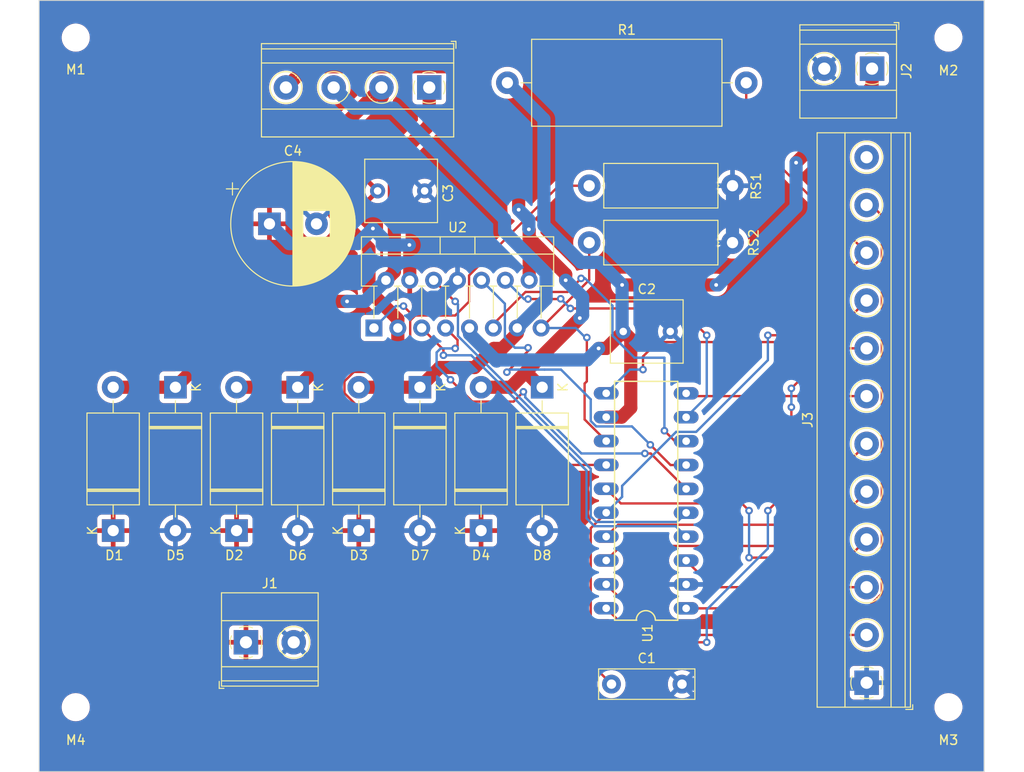
<source format=kicad_pcb>
(kicad_pcb (version 20221018) (generator pcbnew)
  (layers (0 "F.Cu" signal) (31 "B.Cu" signal) (34 "B.Paste" user) (35 "F.Paste" user) (36 "B.SilkS" user "B.Silkscreen") (37 "F.SilkS" user "F.Silkscreen") (38 "B.Mask" user) (39 "F.Mask" user) (44 "Edge.Cuts" user))
  (net 0 "")
  (net 1 "/OSC")
  (net 2 "GND")
  (net 3 "VSS")
  (net 4 "/O1")
  (net 5 "/O2")
  (net 6 "/O3")
  (net 7 "/O4")
  (net 8 "/SENSE1")
  (net 9 "/SENSE2")
  (net 10 "/SYNC")
  (net 11 "/HOME")
  (net 12 "/A")
  (net 13 "/INH1n")
  (net 14 "/B")
  (net 15 "/C")
  (net 16 "/INH2n")
  (net 17 "/D")
  (net 18 "/ENABLE")
  (net 19 "/CONTROL")
  (net 20 "/VREF")
  (net 21 "/CW{slash}CCWn")
  (net 22 "/CLOCKn")
  (net 23 "/HALF{slash}FULLn")
  (net 24 "/RESETn")
  (net 25 "VS")
  (footprint "TerminalBlock_Phoenix:TerminalBlock_Phoenix_MKDS-1,5-2-5.08_1x02_P5.08mm_Horizontal" (layer "F.Cu") (at 162.5 89)
    (fp_text reference "J1" (at 2.54 -6.26) (layer "F.SilkS"))
    (fp_text value "Screw_Terminal_01x02")
    (pad "1" thru_hole rect (at 0 0) (size 2.6 2.6) (drill 1.3) (layers "*.Cu" "*.Mask") (net 25 "VS"))
    (pad "2" thru_hole circle (at 5.08 0) (size 2.6 2.6) (drill 1.3) (layers "*.Cu" "*.Mask") (net 2 "GND"))
  )
  (footprint "MountingHole:MountingHole_2.5mm" (layer "F.Cu") (at 237.2 24.7)
    (fp_text reference "M2" (at 0 3.5) (layer "F.SilkS"))
    (fp_text value "MountingHole_2.5mm")
    (pad "" np_thru_hole circle (at 0 0) (size 2.5 2.5) (drill 2.5) (layers "*.Cu" "*.Mask"))
  )
  (footprint "TerminalBlock_Phoenix:TerminalBlock_Phoenix_MKDS-1,5-4-5.08_1x04_P5.08mm_Horizontal" (layer "F.Cu") (at 181.99 30 180)
    (fp_text reference "J4" hide)
    (fp_text value "Screw_Terminal_01x04")
    (pad "1" thru_hole rect (at 0 0 180) (size 2.6 2.6) (drill 1.3) (layers "*.Cu" "*.Mask") (net 4 "/O1"))
    (pad "2" thru_hole circle (at 5.08 0 180) (size 2.6 2.6) (drill 1.3) (layers "*.Cu" "*.Mask") (net 5 "/O2"))
    (pad "3" thru_hole circle (at 10.16 0 180) (size 2.6 2.6) (drill 1.3) (layers "*.Cu" "*.Mask") (net 6 "/O3"))
    (pad "4" thru_hole circle (at 15.24 0 180) (size 2.6 2.6) (drill 1.3) (layers "*.Cu" "*.Mask") (net 7 "/O4"))
  )
  (footprint "Package_TO_SOT_THT:TO-220-15_P2.54x2.54mm_StaggerOdd_Lead4.58mm_Vertical" (layer "F.Cu") (at 176.11 55.58)
    (fp_text reference "U2" (at 8.89 -10.7) (layer "F.SilkS"))
    (fp_text value "L298N")
    (pad "1" thru_hole rect (at 0 0) (size 1.8 1.8) (drill 1) (layers "*.Cu" "*.Mask") (net 8 "/SENSE1"))
    (pad "2" thru_hole oval (at 1.27 -5.08) (size 1.8 1.8) (drill 1) (layers "*.Cu" "*.Mask") (net 4 "/O1"))
    (pad "3" thru_hole oval (at 2.54 0) (size 1.8 1.8) (drill 1) (layers "*.Cu" "*.Mask") (net 5 "/O2"))
    (pad "4" thru_hole oval (at 3.81 -5.08) (size 1.8 1.8) (drill 1) (layers "*.Cu" "*.Mask") (net 25 "VS"))
    (pad "5" thru_hole oval (at 5.08 0) (size 1.8 1.8) (drill 1) (layers "*.Cu" "*.Mask") (net 12 "/A"))
    (pad "6" thru_hole oval (at 6.35 -5.08) (size 1.8 1.8) (drill 1) (layers "*.Cu" "*.Mask") (net 13 "/INH1n"))
    (pad "7" thru_hole oval (at 7.62 0) (size 1.8 1.8) (drill 1) (layers "*.Cu" "*.Mask") (net 14 "/B"))
    (pad "8" thru_hole oval (at 8.89 -5.08) (size 1.8 1.8) (drill 1) (layers "*.Cu" "*.Mask") (net 2 "GND"))
    (pad "9" thru_hole oval (at 10.16 0) (size 1.8 1.8) (drill 1) (layers "*.Cu" "*.Mask") (net 3 "VSS"))
    (pad "10" thru_hole oval (at 11.43 -5.08) (size 1.8 1.8) (drill 1) (layers "*.Cu" "*.Mask") (net 15 "/C"))
    (pad "11" thru_hole oval (at 12.7 0) (size 1.8 1.8) (drill 1) (layers "*.Cu" "*.Mask") (net 16 "/INH2n"))
    (pad "12" thru_hole oval (at 13.97 -5.08) (size 1.8 1.8) (drill 1) (layers "*.Cu" "*.Mask") (net 17 "/D"))
    (pad "13" thru_hole oval (at 15.24 0) (size 1.8 1.8) (drill 1) (layers "*.Cu" "*.Mask") (net 6 "/O3"))
    (pad "14" thru_hole oval (at 16.51 -5.08) (size 1.8 1.8) (drill 1) (layers "*.Cu" "*.Mask") (net 7 "/O4"))
    (pad "15" thru_hole oval (at 17.78 0) (size 1.8 1.8) (drill 1) (layers "*.Cu" "*.Mask") (net 9 "/SENSE2"))
  )
  (footprint "Library_MIC:L297" (layer "F.Cu") (at 204.62 73.95 90)
    (fp_text reference "U1" (at -14.075 0.6 90) (layer "F.SilkS") (effects (font (size 1.000465 1.000465))))
    (fp_text value "L297")
    (pad "1" thru_hole oval (at -11.44 4.69 90) (size 1.3208 2.6416) (drill 0.8128) (layers "*.Cu" "*.Mask") (net 10 "/SYNC"))
    (pad "2" thru_hole oval (at -8.9 4.69 90) (size 1.3208 2.6416) (drill 0.8128) (layers "*.Cu" "*.Mask") (net 2 "GND"))
    (pad "3" thru_hole oval (at -6.36 4.69 90) (size 1.3208 2.6416) (drill 0.8128) (layers "*.Cu" "*.Mask") (net 11 "/HOME"))
    (pad "4" thru_hole oval (at -3.82 4.69 90) (size 1.3208 2.6416) (drill 0.8128) (layers "*.Cu" "*.Mask") (net 12 "/A"))
    (pad "5" thru_hole oval (at -1.28 4.69 90) (size 1.3208 2.6416) (drill 0.8128) (layers "*.Cu" "*.Mask") (net 13 "/INH1n"))
    (pad "6" thru_hole oval (at 1.26 4.69 90) (size 1.3208 2.6416) (drill 0.8128) (layers "*.Cu" "*.Mask") (net 14 "/B"))
    (pad "7" thru_hole oval (at 3.8 4.69 90) (size 1.3208 2.6416) (drill 0.8128) (layers "*.Cu" "*.Mask") (net 15 "/C"))
    (pad "8" thru_hole oval (at 6.34 4.69 90) (size 1.3208 2.6416) (drill 0.8128) (layers "*.Cu" "*.Mask") (net 16 "/INH2n"))
    (pad "9" thru_hole oval (at 8.88 4.69 90) (size 1.3208 2.6416) (drill 0.8128) (layers "*.Cu" "*.Mask") (net 17 "/D"))
    (pad "10" thru_hole oval (at 11.42 4.69 90) (size 1.3208 2.6416) (drill 0.8128) (layers "*.Cu" "*.Mask") (net 18 "/ENABLE"))
    (pad "11" thru_hole oval (at 11.43 -3.81 90) (size 1.3208 2.6416) (drill 0.8128) (layers "*.Cu" "*.Mask") (net 19 "/CONTROL"))
    (pad "12" thru_hole oval (at 8.89 -3.81 90) (size 1.3208 2.6416) (drill 0.8128) (layers "*.Cu" "*.Mask") (net 3 "VSS"))
    (pad "13" thru_hole oval (at 6.35 -3.81 90) (size 1.3208 2.6416) (drill 0.8128) (layers "*.Cu" "*.Mask") (net 9 "/SENSE2"))
    (pad "14" thru_hole oval (at 3.81 -3.81 90) (size 1.3208 2.6416) (drill 0.8128) (layers "*.Cu" "*.Mask") (net 8 "/SENSE1"))
    (pad "15" thru_hole oval (at 1.27 -3.81 90) (size 1.3208 2.6416) (drill 0.8128) (layers "*.Cu" "*.Mask") (net 20 "/VREF"))
    (pad "16" thru_hole oval (at -1.27 -3.81 90) (size 1.3208 2.6416) (drill 0.8128) (layers "*.Cu" "*.Mask") (net 1 "/OSC"))
    (pad "17" thru_hole oval (at -3.81 -3.81 90) (size 1.3208 2.6416) (drill 0.8128) (layers "*.Cu" "*.Mask") (net 21 "/CW{slash}CCWn"))
    (pad "18" thru_hole oval (at -6.35 -3.81 90) (size 1.3208 2.6416) (drill 0.8128) (layers "*.Cu" "*.Mask") (net 22 "/CLOCKn"))
    (pad "19" thru_hole oval (at -8.89 -3.81 90) (size 1.3208 2.6416) (drill 0.8128) (layers "*.Cu" "*.Mask") (net 23 "/HALF{slash}FULLn"))
    (pad "20" thru_hole oval (at -11.43 -3.81 90) (size 1.3208 2.6416) (drill 0.8128) (layers "*.Cu" "*.Mask") (net 24 "/RESETn"))
  )
  (footprint "MountingHole:MountingHole_2.5mm" (layer "F.Cu") (at 237.2 95.9)
    (fp_text reference "M3" (at 0 3.5) (layer "F.SilkS"))
    (fp_text value "MountingHole_2.5mm")
    (pad "" np_thru_hole circle (at 0 0) (size 2.5 2.5) (drill 2.5) (layers "*.Cu" "*.Mask"))
  )
  (footprint "Diode_THT:D_DO-27_P15.24mm_Horizontal" (layer "F.Cu") (at 161.5 77.12 90)
    (fp_text reference "D2" (at -2.63 -0.25 180) (layer "F.SilkS"))
    (fp_text value "D_Schottky" hide)
    (fp_text user "K" (at 0 -2.2 90) (layer "F.SilkS"))
    (pad "1" thru_hole rect (at 0 0 90) (size 2.4 2.4) (drill 1.2) (layers "*.Cu" "*.Mask") (net 25 "VS"))
    (pad "2" thru_hole oval (at 15.24 0 90) (size 2.4 2.4) (drill 1.2) (layers "*.Cu" "*.Mask") (net 5 "/O2"))
  )
  (footprint "Diode_THT:D_DO-27_P15.24mm_Horizontal" (layer "F.Cu") (at 181 61.88 -90)
    (fp_text reference "D7" (at 17.87 0 -180) (layer "F.SilkS"))
    (fp_text value "D_Schottky")
    (fp_text user "K" (at 0 -2.2 90) (layer "F.SilkS"))
    (pad "1" thru_hole rect (at 0 0 270) (size 2.4 2.4) (drill 1.2) (layers "*.Cu" "*.Mask") (net 6 "/O3"))
    (pad "2" thru_hole oval (at 15.24 0 270) (size 2.4 2.4) (drill 1.2) (layers "*.Cu" "*.Mask") (net 2 "GND"))
  )
  (footprint "Capacitor_THT:C_Rect_L10.0mm_W3.0mm_P7.50mm_FKS3_FKP3" (layer "F.Cu") (at 201.37 93.45)
    (fp_text reference "C1" (at 3.75 -2.75) (layer "F.SilkS"))
    (fp_text value "3.3 nF")
    (pad "1" thru_hole circle (at 0 0) (size 2 2) (drill 1) (layers "*.Cu" "*.Mask") (net 1 "/OSC"))
    (pad "2" thru_hole circle (at 7.5 0) (size 2 2) (drill 1) (layers "*.Cu" "*.Mask") (net 2 "GND"))
  )
  (footprint "Diode_THT:D_DO-27_P15.24mm_Horizontal" (layer "F.Cu") (at 168 61.88 -90)
    (fp_text reference "D6" (at 17.87 0 -180) (layer "F.SilkS"))
    (fp_text value "D_Schottky" hide)
    (fp_text user "K" (at 0 -2.2 90) (layer "F.SilkS"))
    (pad "1" thru_hole rect (at 0 0 270) (size 2.4 2.4) (drill 1.2) (layers "*.Cu" "*.Mask") (net 5 "/O2"))
    (pad "2" thru_hole oval (at 15.24 0 270) (size 2.4 2.4) (drill 1.2) (layers "*.Cu" "*.Mask") (net 2 "GND"))
  )
  (footprint "Resistor_THT:R_Axial_DIN0922_L20.0mm_D9.0mm_P25.40mm_Horizontal" (layer "F.Cu") (at 190.3 29.5)
    (fp_text reference "R1" (at 12.7 -5.62) (layer "F.SilkS"))
    (fp_text value "22 Kohm")
    (pad "1" thru_hole circle (at 0 0) (size 2.4 2.4) (drill 1.2) (layers "*.Cu" "*.Mask") (net 3 "VSS"))
    (pad "2" thru_hole oval (at 25.4 0) (size 2.4 2.4) (drill 1.2) (layers "*.Cu" "*.Mask") (net 1 "/OSC"))
  )
  (footprint "Capacitor_THT:C_Rect_L7.5mm_W6.5mm_P5.00mm" (layer "F.Cu") (at 202.62 55.95)
    (fp_text reference "C2" (at 2.5 -4.5) (layer "F.SilkS"))
    (fp_text value "100 nF")
    (pad "1" thru_hole circle (at 0 0) (size 1.6 1.6) (drill 0.8) (layers "*.Cu" "*.Mask") (net 3 "VSS"))
    (pad "2" thru_hole circle (at 5 0) (size 1.6 1.6) (drill 0.8) (layers "*.Cu" "*.Mask") (net 2 "GND"))
  )
  (footprint "TerminalBlock_Phoenix:TerminalBlock_Phoenix_MKDS-1,5-12-5.08_1x12_P5.08mm_Horizontal" (layer "F.Cu") (at 228.5 93.3 90)
    (fp_text reference "J3" (at 27.94 -6.26 90) (layer "F.SilkS"))
    (fp_text value "Screw_Terminal_01x12")
    (pad "1" thru_hole rect (at 0 0 90) (size 2.6 2.6) (drill 1.3) (layers "*.Cu" "*.Mask") (net 2 "GND"))
    (pad "2" thru_hole circle (at 5.08 0 90) (size 2.6 2.6) (drill 1.3) (layers "*.Cu" "*.Mask") (net 23 "/HALF{slash}FULLn"))
    (pad "3" thru_hole circle (at 10.16 0 90) (size 2.6 2.6) (drill 1.3) (layers "*.Cu" "*.Mask") (net 11 "/HOME"))
    (pad "4" thru_hole circle (at 15.24 0 90) (size 2.6 2.6) (drill 1.3) (layers "*.Cu" "*.Mask") (net 20 "/VREF"))
    (pad "5" thru_hole circle (at 20.32 0 90) (size 2.6 2.6) (drill 1.3) (layers "*.Cu" "*.Mask") (net 22 "/CLOCKn"))
    (pad "6" thru_hole circle (at 25.4 0 90) (size 2.6 2.6) (drill 1.3) (layers "*.Cu" "*.Mask") (net 21 "/CW{slash}CCWn"))
    (pad "7" thru_hole circle (at 30.48 0 90) (size 2.6 2.6) (drill 1.3) (layers "*.Cu" "*.Mask") (net 18 "/ENABLE"))
    (pad "8" thru_hole circle (at 35.56 0 90) (size 2.6 2.6) (drill 1.3) (layers "*.Cu" "*.Mask") (net 24 "/RESETn"))
    (pad "9" thru_hole circle (at 40.64 0 90) (size 2.6 2.6) (drill 1.3) (layers "*.Cu" "*.Mask") (net 19 "/CONTROL"))
    (pad "10" thru_hole circle (at 45.72 0 90) (size 2.6 2.6) (drill 1.3) (layers "*.Cu" "*.Mask") (net 1 "/OSC"))
    (pad "11" thru_hole circle (at 50.8 0 90) (size 2.6 2.6) (drill 1.3) (layers "*.Cu" "*.Mask") (net 10 "/SYNC"))
    (pad "12" thru_hole circle (at 55.88 0 90) (size 2.6 2.6) (drill 1.3) (layers "*.Cu" "*.Mask"))
  )
  (footprint "MountingHole:MountingHole_2.5mm" (layer "F.Cu") (at 144.4 24.7)
    (fp_text reference "M1" (at 0 3.4) (layer "F.SilkS"))
    (fp_text value "MountingHole_2.5mm")
    (pad "" np_thru_hole circle (at 0 0) (size 2.5 2.5) (drill 2.5) (layers "*.Cu" "*.Mask"))
  )
  (footprint "Diode_THT:D_DO-27_P15.24mm_Horizontal" (layer "F.Cu") (at 155 61.88 -90)
    (fp_text reference "D5" (at 17.87 0 -180) (layer "F.SilkS"))
    (fp_text value "D_Schottky" hide)
    (fp_text user "K" (at 0 -2.2 90) (layer "F.SilkS"))
    (pad "1" thru_hole rect (at 0 0 270) (size 2.4 2.4) (drill 1.2) (layers "*.Cu" "*.Mask") (net 4 "/O1"))
    (pad "2" thru_hole oval (at 15.24 0 270) (size 2.4 2.4) (drill 1.2) (layers "*.Cu" "*.Mask") (net 2 "GND"))
  )
  (footprint "Resistor_THT:R_Axial_DIN0414_L11.9mm_D4.5mm_P15.24mm_Horizontal" (layer "F.Cu") (at 199 40.45)
    (fp_text reference "RS1" (at 17.75 0.05 90) (layer "F.SilkS"))
    (fp_text value "0.5 ohm")
    (pad "1" thru_hole circle (at 0 0) (size 2.4 2.4) (drill 1.2) (layers "*.Cu" "*.Mask") (net 8 "/SENSE1"))
    (pad "2" thru_hole oval (at 15.24 0) (size 2.4 2.4) (drill 1.2) (layers "*.Cu" "*.Mask") (net 2 "GND"))
  )
  (footprint "MountingHole:MountingHole_2.5mm" (layer "F.Cu") (at 144.4 95.9)
    (fp_text reference "M4" (at 0 3.5) (layer "F.SilkS"))
    (fp_text value "MountingHole_2.5mm")
    (pad "" np_thru_hole circle (at 0 0) (size 2.5 2.5) (drill 2.5) (layers "*.Cu" "*.Mask"))
  )
  (footprint "Resistor_THT:R_Axial_DIN0414_L11.9mm_D4.5mm_P15.24mm_Horizontal" (layer "F.Cu") (at 199 46.5)
    (fp_text reference "RS2" (at 17.5 0 90) (layer "F.SilkS"))
    (fp_text value "0.5 ohm")
    (pad "1" thru_hole circle (at 0 0) (size 2.4 2.4) (drill 1.2) (layers "*.Cu" "*.Mask") (net 9 "/SENSE2"))
    (pad "2" thru_hole oval (at 15.24 0) (size 2.4 2.4) (drill 1.2) (layers "*.Cu" "*.Mask") (net 2 "GND"))
  )
  (footprint "Diode_THT:D_DO-27_P15.24mm_Horizontal" (layer "F.Cu") (at 194 61.88 -90)
    (fp_text reference "D8" (at 17.87 0 -180) (layer "F.SilkS"))
    (fp_text value "D_Schottky")
    (fp_text user "K" (at 0 -2.2 90) (layer "F.SilkS"))
    (pad "1" thru_hole rect (at 0 0 270) (size 2.4 2.4) (drill 1.2) (layers "*.Cu" "*.Mask") (net 7 "/O4"))
    (pad "2" thru_hole oval (at 15.24 0 270) (size 2.4 2.4) (drill 1.2) (layers "*.Cu" "*.Mask") (net 2 "GND"))
  )
  (footprint "Capacitor_THT:CP_Radial_D13.0mm_P5.00mm" (layer "F.Cu") (at 165 44.5)
    (fp_text reference "C4" (at 2.5 -7.75) (layer "F.SilkS"))
    (fp_text value "470 uF")
    (pad "1" thru_hole rect (at 0 0) (size 2.4 2.4) (drill 1.2) (layers "*.Cu" "*.Mask") (net 25 "VS"))
    (pad "2" thru_hole circle (at 5 0) (size 2.4 2.4) (drill 1.2) (layers "*.Cu" "*.Mask") (net 2 "GND"))
  )
  (footprint "Capacitor_THT:C_Rect_L7.5mm_W6.5mm_P5.00mm" (layer "F.Cu") (at 181.5 41 180)
    (fp_text reference "C3" (at -2.5 -0.25 90) (layer "F.SilkS"))
    (fp_text value "100 nF")
    (pad "1" thru_hole circle (at 0 0 180) (size 1.6 1.6) (drill 0.8) (layers "*.Cu" "*.Mask") (net 2 "GND"))
    (pad "2" thru_hole circle (at 5 0 180) (size 1.6 1.6) (drill 0.8) (layers "*.Cu" "*.Mask") (net 25 "VS"))
  )
  (footprint "Diode_THT:D_DO-27_P15.24mm_Horizontal" (layer "F.Cu") (at 148.38 77.12 90)
    (fp_text reference "D1" (at -2.63 0.12 180) (layer "F.SilkS"))
    (fp_text value "D_Schottky" hide)
    (fp_text user "K" (at 0 -2.2 90) (layer "F.SilkS"))
    (pad "1" thru_hole rect (at 0 0 90) (size 2.4 2.4) (drill 1.2) (layers "*.Cu" "*.Mask") (net 25 "VS"))
    (pad "2" thru_hole oval (at 15.24 0 90) (size 2.4 2.4) (drill 1.2) (layers "*.Cu" "*.Mask") (net 4 "/O1"))
  )
  (footprint "Diode_THT:D_DO-27_P15.24mm_Horizontal" (layer "F.Cu") (at 187.5 77.12 90)
    (fp_text reference "D4" (at -2.63 0 180) (layer "F.SilkS"))
    (fp_text value "D_Schottky")
    (fp_text user "K" (at 0 -2.2 90) (layer "F.SilkS"))
    (pad "1" thru_hole rect (at 0 0 90) (size 2.4 2.4) (drill 1.2) (layers "*.Cu" "*.Mask") (net 25 "VS"))
    (pad "2" thru_hole oval (at 15.24 0 90) (size 2.4 2.4) (drill 1.2) (layers "*.Cu" "*.Mask") (net 7 "/O4"))
  )
  (footprint "Diode_THT:D_DO-27_P15.24mm_Horizontal" (layer "F.Cu") (at 174.5 77.12 90)
    (fp_text reference "D3" (at -2.63 0 180) (layer "F.SilkS"))
    (fp_text value "D_Schottky")
    (fp_text user "K" (at 0 -2.2 90) (layer "F.SilkS"))
    (pad "1" thru_hole rect (at 0 0 90) (size 2.4 2.4) (drill 1.2) (layers "*.Cu" "*.Mask") (net 25 "VS"))
    (pad "2" thru_hole oval (at 15.24 0 90) (size 2.4 2.4) (drill 1.2) (layers "*.Cu" "*.Mask") (net 6 "/O3"))
  )
  (footprint "TerminalBlock_Phoenix:TerminalBlock_Phoenix_MKDS-1,5-2-5.08_1x02_P5.08mm_Horizontal" (layer "F.Cu") (at 229.08 28 180)
    (fp_text reference "J2" (at -3.67 -0.25 90) (layer "F.SilkS"))
    (fp_text value "Screw_Terminal_01x02")
    (pad "1" thru_hole rect (at 0 0 180) (size 2.6 2.6) (drill 1.3) (layers "*.Cu" "*.Mask") (net 3 "VSS"))
    (pad "2" thru_hole circle (at 5.08 0 180) (size 2.6 2.6) (drill 1.3) (layers "*.Cu" "*.Mask") (net 2 "GND"))
  )
  (gr_rect (start 140.5 20.75) (end 241 102.75) (stroke (width 0.1)) (fill none) (layer "Edge.Cuts"))
  (segment (start 201.37 93.45) (end 199.1642 91.2442) (width 0.25) (layer "F.Cu") (net 1))
  (segment (start 199.1642 91.2442) (end 199.1642 76.8658) (width 0.25) (layer "F.Cu") (net 1))
  (segment (start 219.73 56.35) (end 218 56.35) (width 0.25) (layer "F.Cu") (net 1))
  (segment (start 228.5 47.58) (end 219.73 56.35) (width 0.25) (layer "F.Cu") (net 1))
  (segment (start 199.1642 76.8658) (end 200.81 75.22) (width 0.25) (layer "F.Cu") (net 1))
  (segment (start 215.7 34.78) (end 228.5 47.58) (width 0.25) (layer "F.Cu") (net 1))
  (segment (start 215.7 29.5) (end 215.7 34.78) (width 0.25) (layer "F.Cu") (net 1))
  (via (at 218 56.35) (size 0.8) (drill 0.4) (layers "F.Cu" "B.Cu") (net 1))
  (segment (start 202.5 73.53) (end 200.81 75.22) (width 0.25) (layer "B.Cu") (net 1))
  (segment (start 218 56.35) (end 218 59) (width 0.25) (layer "B.Cu") (net 1))
  (segment (start 218 59) (end 210.3754 66.6246) (width 0.25) (layer "B.Cu") (net 1))
  (segment (start 202.5 72.366034) (end 202.5 73.53) (width 0.25) (layer "B.Cu") (net 1))
  (segment (start 208.241434 66.6246) (end 202.5 72.366034) (width 0.25) (layer "B.Cu") (net 1))
  (segment (start 210.3754 66.6246) (end 208.241434 66.6246) (width 0.25) (layer "B.Cu") (net 1))
  (segment (start 185 50.5) (end 185 50.505585) (width 1.4) (layer "B.Cu") (net 2))
  (segment (start 207.62 53.12) (end 214.24 46.5) (width 1.4) (layer "B.Cu") (net 2))
  (segment (start 208.87 93.45) (end 228.35 93.45) (width 1.4) (layer "B.Cu") (net 2))
  (segment (start 183.205585 52.3) (end 182.25 52.3) (width 1.4) (layer "B.Cu") (net 2))
  (segment (start 228.35 93.45) (end 228.5 93.3) (width 1.4) (layer "B.Cu") (net 2))
  (segment (start 207.62 55.95) (end 207.62 53.12) (width 1.4) (layer "B.Cu") (net 2))
  (segment (start 214.24 46.5) (end 214.24 40.45) (width 1.4) (layer "B.Cu") (net 2))
  (segment (start 185 50.505585) (end 183.205585 52.3) (width 1.4) (layer "B.Cu") (net 2))
  (segment (start 200 57.75) (end 200.82 57.75) (width 1.4) (layer "F.Cu") (net 3))
  (segment (start 202.62 55.95) (end 203.419999 56.749999) (width 1.4) (layer "F.Cu") (net 3))
  (segment (start 200.82 57.75) (end 202.62 55.95) (width 1.4) (layer "F.Cu") (net 3))
  (segment (start 229.08 28) (end 229.08 29.92) (width 1.4) (layer "F.Cu") (net 3))
  (segment (start 229.08 29.92) (end 221 38) (width 1.4) (layer "F.Cu") (net 3))
  (segment (start 202.44 65.06) (end 200.81 65.06) (width 1.4) (layer "F.Cu") (net 3))
  (segment (start 203.419999 56.749999) (end 203.419999 64.080001) (width 1.4) (layer "F.Cu") (net 3))
  (segment (start 203.419999 64.080001) (end 202.44 65.06) (width 1.4) (layer "F.Cu") (net 3))
  (segment (start 212.5 51) (end 202.5 51) (width 1.4) (layer "F.Cu") (net 3))
  (via (at 200 57.75) (size 1) (drill 0.4) (layers "F.Cu" "B.Cu") (net 3))
  (via (at 212.5 51) (size 1) (drill 0.4) (layers "F.Cu" "B.Cu") (net 3))
  (via (at 221 38) (size 1) (drill 0.4) (layers "F.Cu" "B.Cu") (net 3))
  (via (at 202.5 51) (size 1) (drill 0.4) (layers "F.Cu" "B.Cu") (net 3))
  (segment (start 202.5 51) (end 200.1 48.6) (width 1.4) (layer "B.Cu") (net 3))
  (segment (start 186.27 55.58) (end 186.27 56.204398) (width 1.4) (layer "B.Cu") (net 3))
  (segment (start 186.27 56.204398) (end 189.157801 59.092199) (width 1.4) (layer "B.Cu") (net 3))
  (segment (start 200.1 48.6) (end 198.130151 48.6) (width 1.4) (layer "B.Cu") (net 3))
  (segment (start 202.5 55.83) (end 202.62 55.95) (width 1.4) (layer "B.Cu") (net 3))
  (segment (start 212.709849 51) (end 212.5 51) (width 1.4) (layer "B.Cu") (net 3))
  (segment (start 198.130151 48.6) (end 194.183578 44.653427) (width 1.4) (layer "B.Cu") (net 3))
  (segment (start 189.275 58.975) (end 198.775 58.975) (width 1.4) (layer "B.Cu") (net 3))
  (segment (start 189.157801 59.092199) (end 189.275 58.975) (width 1.4) (layer "B.Cu") (net 3))
  (segment (start 202.5 51) (end 202.5 55.83) (width 1.4) (layer "B.Cu") (net 3))
  (segment (start 198.775 58.975) (end 200 57.75) (width 1.4) (layer "B.Cu") (net 3))
  (segment (start 221 38) (end 221 42.709849) (width 1.4) (layer "B.Cu") (net 3))
  (segment (start 194.183578 33.383578) (end 190.3 29.5) (width 1.4) (layer "B.Cu") (net 3))
  (segment (start 194.183578 44.653427) (end 194.183578 33.383578) (width 1.4) (layer "B.Cu") (net 3))
  (segment (start 221 42.709849) (end 212.709849 51) (width 1.4) (layer "B.Cu") (net 3))
  (segment (start 177.38 50.5) (end 178.28 49.6) (width 1.4) (layer "F.Cu") (net 4))
  (segment (start 178.28 49.6) (end 178.28 39.03) (width 1.4) (layer "F.Cu") (net 4))
  (segment (start 178.28 39.03) (end 178.25 39) (width 1.4) (layer "F.Cu") (net 4))
  (segment (start 178.25 39) (end 178.25 37.75) (width 1.4) (layer "F.Cu") (net 4))
  (segment (start 155 61.88) (end 164.13 52.75) (width 1.4) (layer "F.Cu") (net 4))
  (segment (start 181.99 34.01) (end 181.99 30) (width 1.4) (layer "F.Cu") (net 4))
  (segment (start 164.13 52.75) (end 173.25 52.75) (width 1.4) (layer "F.Cu") (net 4))
  (segment (start 178.25 37.75) (end 181.99 34.01) (width 1.4) (layer "F.Cu") (net 4))
  (segment (start 155 61.88) (end 148.38 61.88) (width 1.4) (layer "F.Cu") (net 4))
  (via (at 173.25 52.75) (size 1) (drill 0.4) (layers "F.Cu" "B.Cu") (net 4))
  (segment (start 175.13 52.75) (end 177.38 50.5) (width 1.4) (layer "B.Cu") (net 4))
  (segment (start 173.25 52.75) (end 175.13 52.75) (width 1.4) (layer "B.Cu") (net 4))
  (segment (start 177 30) (end 177 31) (width 1.4) (layer "F.Cu") (net 5))
  (segment (start 178.65 54.65) (end 178.65 55.58) (width 1.4) (layer "F.Cu") (net 5))
  (segment (start 171.92 34.99) (end 171.92 43.450151) (width 1.4) (layer "F.Cu") (net 5))
  (segment (start 175.58 51.58) (end 178.65 54.65) (width 1.4) (layer "F.Cu") (net 5))
  (segment (start 178.65 58.35) (end 178.65 55.58) (width 1.4) (layer "F.Cu") (net 5))
  (segment (start 161.5 61.88) (end 168 61.88) (width 1.4) (layer "F.Cu") (net 5))
  (segment (start 178.5 58.5) (end 178.65 58.35) (width 1.4) (layer "F.Cu") (net 5))
  (segment (start 171.92 43.450151) (end 175.58 47.110151) (width 1.4) (layer "F.Cu") (net 5))
  (segment (start 176.91 30) (end 171.92 34.99) (width 1.4) (layer "F.Cu") (net 5))
  (segment (start 175.58 47.110151) (end 175.58 51.58) (width 1.4) (layer "F.Cu") (net 5))
  (segment (start 171.38 58.5) (end 178.5 58.5) (width 1.4) (layer "F.Cu") (net 5))
  (segment (start 168 61.88) (end 171.38 58.5) (width 1.4) (layer "F.Cu") (net 5))
  (segment (start 189.75 57.75) (end 191.35 56.15) (width 1.4) (layer "F.Cu") (net 6))
  (segment (start 191.35 56.15) (end 191.35 55.58) (width 1.4) (layer "F.Cu") (net 6))
  (segment (start 188.849568 57.75) (end 189.75 57.75) (width 1.4) (layer "F.Cu") (net 6))
  (segment (start 183.1 59.78) (end 186.819568 59.78) (width 1.4) (layer "F.Cu") (net 6))
  (segment (start 174.5 61.88) (end 181 61.88) (width 1.4) (layer "F.Cu") (net 6))
  (segment (start 181 61.88) (end 183.1 59.78) (width 1.4) (layer "F.Cu") (net 6))
  (segment (start 186.819568 59.78) (end 188.849568 57.75) (width 1.4) (layer "F.Cu") (net 6))
  (segment (start 194.42 52.504415) (end 191.35 55.574415) (width 1.4) (layer "B.Cu") (net 6))
  (segment (start 190 44) (end 190 45.334415) (width 1.4) (layer "B.Cu") (net 6))
  (segment (start 178.2 32.2) (end 190 44) (width 1.4) (layer "B.Cu") (net 6))
  (segment (start 190 45.334415) (end 194.42 49.754415) (width 1.4) (layer "B.Cu") (net 6))
  (segment (start 171.83 30) (end 174.03 32.2) (width 1.4) (layer "B.Cu") (net 6))
  (segment (start 191.35 55.574415) (end 191.35 55.58) (width 1.4) (layer "B.Cu") (net 6))
  (segment (start 174.03 32.2) (end 178.2 32.2) (width 1.4) (layer "B.Cu") (net 6))
  (segment (start 194.42 49.754415) (end 194.42 52.504415) (width 1.4) (layer "B.Cu") (net 6))
  (segment (start 192.62 45.12) (end 192.583578 45.083578) (width 1.4) (layer "F.Cu") (net 7))
  (segment (start 168.95 27.8) (end 184.19 27.8) (width 1.4) (layer "F.Cu") (net 7))
  (segment (start 184.19 27.8) (end 191.5 35.11) (width 1.4) (layer "F.Cu") (net 7))
  (segment (start 190.645 61.88) (end 192.2625 60.2625) (width 1.4) (layer "F.Cu") (net 7))
  (segment (start 166.75 30) (end 168.95 27.8) (width 1.4) (layer "F.Cu") (net 7))
  (segment (start 196.5 50.5) (end 196.5 49.88) (width 1.4) (layer "F.Cu") (net 7))
  (segment (start 194 61.88) (end 193.88 61.88) (width 1.4) (layer "F.Cu") (net 7))
  (segment (start 192.62 46) (end 192.62 45.12) (width 1.4) (layer "F.Cu") (net 7))
  (segment (start 192.62 50.5) (end 192.62 46) (width 1.4) (layer "F.Cu") (net 7))
  (segment (start 191.5 35.11) (end 191.5 43) (width 1.4) (layer "F.Cu") (net 7))
  (segment (start 187.5 61.88) (end 190.645 61.88) (width 1.4) (layer "F.Cu") (net 7))
  (segment (start 196.5 49.88) (end 192.62 46) (width 1.4) (layer "F.Cu") (net 7))
  (segment (start 192.2625 60.2625) (end 198 54.525) (width 1.4) (layer "F.Cu") (net 7))
  (segment (start 193.88 61.88) (end 192.2625 60.2625) (width 1.4) (layer "F.Cu") (net 7))
  (via (at 192.583578 45.083578) (size 1) (drill 0.4) (layers "F.Cu" "B.Cu") (net 7))
  (via (at 191.5 43) (size 1) (drill 0.4) (layers "F.Cu" "B.Cu") (net 7))
  (via (at 196.5 50.5) (size 1) (drill 0.4) (layers "F.Cu" "B.Cu") (net 7))
  (via (at 198 54.525) (size 1) (drill 0.4) (layers "F.Cu" "B.Cu") (net 7))
  (segment (start 192.583578 45.083578) (end 192.583578 44.083578) (width 1.4) (layer "B.Cu") (net 7))
  (segment (start 198.3 52.3) (end 196.5 50.5) (width 1.4) (layer "B.Cu") (net 7))
  (segment (start 198.3 54.225) (end 198.3 52.3) (width 1.4) (layer "B.Cu") (net 7))
  (segment (start 198 54.525) (end 198.3 54.225) (width 1.4) (layer "B.Cu") (net 7))
  (segment (start 192.583578 44.083578) (end 191.5 43) (width 1.4) (layer "B.Cu") (net 7))
  (segment (start 178.199568 60.25) (end 179.965 58.484568) (width 0.25) (layer "F.Cu") (net 8))
  (segment (start 186.225 49.992588) (end 195.767588 40.45) (width 0.25) (layer "F.Cu") (net 8))
  (segment (start 180.25 54.25) (end 180.5 54.25) (width 0.25) (layer "F.Cu") (net 8))
  (segment (start 184.75 54.25) (end 186.225 52.775) (width 0.25) (layer "F.Cu") (net 8))
  (segment (start 172.975 61.248324) (end 173.973324 60.25) (width 0.25) (layer "F.Cu") (net 8))
  (segment (start 179.965 54.785) (end 180.5 54.25) (width 0.25) (layer "F.Cu") (net 8))
  (segment (start 186.225 52.775) (end 186.225 49.992588) (width 0.25) (layer "F.Cu") (net 8))
  (segment (start 200.81 70.14) (end 180.603324 70.14) (width 0.25) (layer "F.Cu") (net 8))
  (segment (start 180.603324 70.14) (end 172.975 62.511676) (width 0.25) (layer "F.Cu") (net 8))
  (segment (start 172.975 62.511676) (end 172.975 61.248324) (width 0.25) (layer "F.Cu") (net 8))
  (segment (start 179.25 53.25) (end 180.25 54.25) (width 0.25) (layer "F.Cu") (net 8))
  (segment (start 173.973324 60.25) (end 178.199568 60.25) (width 0.25) (layer "F.Cu") (net 8))
  (segment (start 179.965 58.484568) (end 179.965 54.785) (width 0.25) (layer "F.Cu") (net 8))
  (segment (start 195.767588 40.45) (end 199 40.45) (width 0.25) (layer "F.Cu") (net 8))
  (segment (start 180.5 54.25) (end 184.75 54.25) (width 0.25) (layer "F.Cu") (net 8))
  (via (at 179.25 53.25) (size 0.8) (drill 0.4) (layers "F.Cu" "B.Cu") (net 8))
  (segment (start 178.44 53.25) (end 176.11 55.58) (width 0.25) (layer "B.Cu") (net 8))
  (segment (start 179.25 53.25) (end 178.44 53.25) (width 0.25) (layer "B.Cu") (net 8))
  (segment (start 198.75 61.25) (end 198.512653 61.487347) (width 0.25) (layer "F.Cu") (net 9))
  (segment (start 199 50.47) (end 193.89 55.58) (width 0.25) (layer "F.Cu") (net 9))
  (segment (start 198.75 56.589694) (end 198.75 61.25) (width 0.25) (layer "F.Cu") (net 9))
  (segment (start 199 46.5) (end 199 50.47) (width 0.25) (layer "F.Cu") (net 9))
  (segment (start 198.512653 61.487347) (end 198.512653 65.302653) (width 0.25) (layer "F.Cu") (net 9))
  (segment (start 198.512653 65.302653) (end 200.81 67.6) (width 0.25) (layer "F.Cu") (net 9))
  (via (at 198.75 56.589694) (size 0.8) (drill 0.4) (layers "F.Cu" "B.Cu") (net 9))
  (segment (start 198.625 56.625) (end 198.660306 56.589694) (width 0.25) (layer "B.Cu") (net 9))
  (segment (start 197.58 55.58) (end 198.625 56.625) (width 0.25) (layer "B.Cu") (net 9))
  (segment (start 198.660306 56.589694) (end 198.75 56.589694) (width 0.25) (layer "B.Cu") (net 9))
  (segment (start 198.625 56.625) (end 198.75 56.75) (width 0.25) (layer "B.Cu") (net 9))
  (segment (start 193.89 55.58) (end 197.58 55.58) (width 0.25) (layer "B.Cu") (net 9))
  (segment (start 230.125 83.813098) (end 228.548098 85.39) (width 0.25) (layer "F.Cu") (net 10))
  (segment (start 228.5 42) (end 230.125 43.625) (width 0.25) (layer "F.Cu") (net 10))
  (segment (start 230.125 43.625) (end 230.125 83.813098) (width 0.25) (layer "F.Cu") (net 10))
  (segment (start 228.548098 85.39) (end 209.31 85.39) (width 0.25) (layer "F.Cu") (net 10))
  (segment (start 228.5 42.5) (end 228.5 42) (width 0.25) (layer "F.Cu") (net 10))
  (segment (start 228.5 83.14) (end 212.14 83.14) (width 0.25) (layer "F.Cu") (net 11))
  (segment (start 212.14 83.14) (end 209.31 80.31) (width 0.25) (layer "F.Cu") (net 11))
  (segment (start 181.19 55.58) (end 183.5 57.89) (width 0.25) (layer "F.Cu") (net 12))
  (segment (start 183.5 57.89) (end 183.5 58.48) (width 0.25) (layer "F.Cu") (net 12))
  (via (at 183.5 58.48) (size 0.8) (drill 0.4) (layers "F.Cu" "B.Cu") (net 12))
  (segment (start 186.459638 58.48) (end 198.7142 70.734562) (width 0.25) (layer "B.Cu") (net 12))
  (segment (start 198.7142 70.734562) (end 198.7142 75.814562) (width 0.25) (layer "B.Cu") (net 12))
  (segment (start 199.555038 76.6554) (end 208.1954 76.6554) (width 0.25) (layer "B.Cu") (net 12))
  (segment (start 198.7142 75.814562) (end 199.555038 76.6554) (width 0.25) (layer "B.Cu") (net 12))
  (segment (start 208.1954 76.6554) (end 209.31 77.77) (width 0.25) (layer "B.Cu") (net 12))
  (segment (start 183.5 58.48) (end 186.459638 58.48) (width 0.25) (layer "B.Cu") (net 12))
  (segment (start 184.75 52.75) (end 184.71 52.75) (width 0.25) (layer "F.Cu") (net 13))
  (segment (start 184.71 52.75) (end 182.46 50.5) (width 0.25) (layer "F.Cu") (net 13))
  (via (at 184.75 52.75) (size 0.8) (drill 0.4) (layers "F.Cu" "B.Cu") (net 13))
  (segment (start 185.045 53.045) (end 184.75 52.75) (width 0.25) (layer "B.Cu") (net 13))
  (segment (start 185.045 53.085) (end 185.045 56.428966) (width 0.25) (layer "B.Cu") (net 13))
  (segment (start 199.1642 75.628166) (end 199.741434 76.2054) (width 0.25) (layer "B.Cu") (net 13))
  (segment (start 208.3346 76.2054) (end 209.31 75.23) (width 0.25) (layer "B.Cu") (net 13))
  (segment (start 185.045 56.428966) (end 199.1642 70.548166) (width 0.25) (layer "B.Cu") (net 13))
  (segment (start 199.1642 70.548166) (end 199.1642 75.628166) (width 0.25) (layer "B.Cu") (net 13))
  (segment (start 199.741434 76.2054) (end 208.3346 76.2054) (width 0.25) (layer "B.Cu") (net 13))
  (segment (start 185.045 53.085) (end 185.045 53.045) (width 0.25) (layer "B.Cu") (net 13))
  (segment (start 190.958478 63.405) (end 186.575 63.405) (width 0.25) (layer "F.Cu") (net 14))
  (segment (start 185 56.85) (end 183.73 55.58) (width 0.25) (layer "F.Cu") (net 14))
  (segment (start 185 57.5) (end 185 56.85) (width 0.25) (layer "F.Cu") (net 14))
  (segment (start 205.540364 68.920364) (end 209.31 72.69) (width 0.25) (layer "F.Cu") (net 14))
  (segment (start 204.920364 68.920364) (end 205.540364 68.920364) (width 0.25) (layer "F.Cu") (net 14))
  (segment (start 186.575 63.405) (end 184.25 61.08) (width 0.25) (layer "F.Cu") (net 14))
  (segment (start 184.75 57.75) (end 185 57.5) (width 0.25) (layer "F.Cu") (net 14))
  (segment (start 192.002409 62.361069) (end 190.958478 63.405) (width 0.25) (layer "F.Cu") (net 14))
  (via (at 204.920364 68.920364) (size 0.8) (drill 0.4) (layers "F.Cu" "B.Cu") (net 14))
  (via (at 184.25 61.08) (size 0.8) (drill 0.4) (layers "F.Cu" "B.Cu") (net 14))
  (via (at 192.002409 62.361069) (size 0.8) (drill 0.4) (layers "F.Cu" "B.Cu") (net 14))
  (via (at 184.75 57.75) (size 0.8) (drill 0.4) (layers "F.Cu" "B.Cu") (net 14))
  (segment (start 192.20086 62.55952) (end 192.002409 62.361069) (width 0.25) (layer "B.Cu") (net 14))
  (segment (start 182.775 58.179695) (end 183.204695 57.75) (width 0.25) (layer "B.Cu") (net 14))
  (segment (start 183.204695 57.75) (end 184.75 57.75) (width 0.25) (layer "B.Cu") (net 14))
  (segment (start 192.20086 62.94843) (end 192.20086 62.55952) (width 0.25) (layer "B.Cu") (net 14))
  (segment (start 182.775 59.605) (end 182.775 58.179695) (width 0.25) (layer "B.Cu") (net 14))
  (segment (start 198.172794 68.920364) (end 192.20086 62.94843) (width 0.25) (layer "B.Cu") (net 14))
  (segment (start 204.920364 68.920364) (end 198.172794 68.920364) (width 0.25) (layer "B.Cu") (net 14))
  (segment (start 184.25 61.08) (end 182.775 59.605) (width 0.25) (layer "B.Cu") (net 14))
  (segment (start 192.5 57.675) (end 192.5 58.025) (width 0.25) (layer "F.Cu") (net 15))
  (segment (start 205.5 68) (end 207.65 70.15) (width 0.25) (layer "F.Cu") (net 15))
  (segment (start 207.65 70.15) (end 209.31 70.15) (width 0.25) (layer "F.Cu") (net 15))
  (segment (start 192.5 58.025) (end 190.25 60.275) (width 0.25) (layer "F.Cu") (net 15))
  (via (at 192.5 57.675) (size 0.8) (drill 0.4) (layers "F.Cu" "B.Cu") (net 15))
  (via (at 190.25 60.275) (size 0.8) (drill 0.4) (layers "F.Cu" "B.Cu") (net 15))
  (via (at 205.5 68) (size 0.8) (drill 0.4) (layers "F.Cu" "B.Cu") (net 15))
  (segment (start 203.5454 66.0454) (end 205.5 68) (width 0.25) (layer "B.Cu") (net 15))
  (segment (start 194.25 60) (end 190.525 60) (width 0.25) (layer "B.Cu") (net 15))
  (segment (start 190.035 52.995) (end 187.54 50.5) (width 0.25) (layer "B.Cu") (net 15))
  (segment (start 196 60) (end 199.1642 63.1642) (width 0.25) (layer "B.Cu") (net 15))
  (segment (start 191.097976 57.675) (end 192.5 57.675) (width 0.25) (layer "B.Cu") (net 15))
  (segment (start 199.1642 63.1642) (end 199.1642 65.468166) (width 0.25) (layer "B.Cu") (net 15))
  (segment (start 190.035 56.612024) (end 190.035 52.995) (width 0.25) (layer "B.Cu") (net 15))
  (segment (start 190.525 60) (end 190.25 60.275) (width 0.25) (layer "B.Cu") (net 15))
  (segment (start 190.035 56.612024) (end 191.097976 57.675) (width 0.25) (layer "B.Cu") (net 15))
  (segment (start 194.25 60) (end 196 60) (width 0.25) (layer "B.Cu") (net 15))
  (segment (start 199.1642 65.468166) (end 199.741434 66.0454) (width 0.25) (layer "B.Cu") (net 15))
  (segment (start 199.741434 66.0454) (end 203.5454 66.0454) (width 0.25) (layer "B.Cu") (net 15))
  (segment (start 196.702222 51.747347) (end 198.141586 50.307983) (width 0.25) (layer "F.Cu") (net 16))
  (segment (start 198.141586 50.307983) (end 198.141586 50.303108) (width 0.25) (layer "F.Cu") (net 16))
  (segment (start 188.81 55.58) (end 188.81 56.31) (width 0.25) (layer "F.Cu") (net 16))
  (segment (start 207 66.5) (end 208.11 67.61) (width 0.25) (layer "F.Cu") (net 16))
  (segment (start 192.227348 51.747347) (end 196.702222 51.747347) (width 0.25) (layer "F.Cu") (net 16))
  (segment (start 188.81 55.164695) (end 192.227348 51.747347) (width 0.25) (layer "F.Cu") (net 16))
  (segment (start 188.81 55.58) (end 188.81 55.164695) (width 0.25) (layer "F.Cu") (net 16))
  (segment (start 208.11 67.61) (end 209.31 67.61) (width 0.25) (layer "F.Cu") (net 16))
  (via (at 207 66.5) (size 0.8) (drill 0.4) (layers "F.Cu" "B.Cu") (net 16))
  (via (at 198.141586 50.303108) (size 0.8) (drill 0.4) (layers "F.Cu" "B.Cu") (net 16))
  (segment (start 201.475 53.214009) (end 201.475 56.395991) (width 0.25) (layer "B.Cu") (net 16))
  (segment (start 198.564099 50.303108) (end 201.475 53.214009) (width 0.25) (layer "B.Cu") (net 16))
  (segment (start 203.818018 58.739009) (end 207 58.739009) (width 0.25) (layer "B.Cu") (net 16))
  (segment (start 198.141586 50.303108) (end 198.564099 50.303108) (width 0.25) (layer "B.Cu") (net 16))
  (segment (start 207 58.739009) (end 207 66.5) (width 0.25) (layer "B.Cu") (net 16))
  (segment (start 201.475 56.395991) (end 203.818018 58.739009) (width 0.25) (layer "B.Cu") (net 16))
  (segment (start 197 53.5) (end 208.65 53.5) (width 0.25) (layer "F.Cu") (net 17))
  (segment (start 208.65 53.5) (end 211.5 56.35) (width 0.25) (layer "F.Cu") (net 17))
  (segment (start 192.5 52.5) (end 195.944694 52.5) (width 0.25) (layer "F.Cu") (net 17))
  (segment (start 195.944694 52.5) (end 195.972347 52.472347) (width 0.25) (layer "F.Cu") (net 17))
  (via (at 192.5 52.5) (size 0.8) (drill 0.4) (layers "F.Cu" "B.Cu") (net 17))
  (via (at 195.972347 52.472347) (size 0.8) (drill 0.4) (layers "F.Cu" "B.Cu") (net 17))
  (via (at 197 53.5) (size 0.8) (drill 0.4) (layers "F.Cu" "B.Cu") (net 17))
  (via (at 211.5 56.35) (size 0.8) (drill 0.4) (layers "F.Cu" "B.Cu") (net 17))
  (segment (start 195.972347 52.472347) (end 197 53.5) (width 0.25) (layer "B.Cu") (net 17))
  (segment (start 192.08 52.5) (end 192.5 52.5) (width 0.25) (layer "B.Cu") (net 17))
  (segment (start 211.5 56.35) (end 211.5 62.88) (width 0.25) (layer "B.Cu") (net 17))
  (segment (start 211.5 62.88) (end 209.31 65.07) (width 0.25) (layer "B.Cu") (net 17))
  (segment (start 190.08 50.5) (end 192.08 52.5) (width 0.25) (layer "B.Cu") (net 17))
  (segment (start 209.6 62.82) (end 209.31 62.53) (width 0.25) (layer "F.Cu") (net 18))
  (segment (start 228.5 62.82) (end 209.6 62.82) (width 0.25) (layer "F.Cu") (net 18))
  (segment (start 224.085 57.075) (end 206.255 57.075) (width 0.25) (layer "F.Cu") (net 19))
  (segment (start 206.255 57.075) (end 204.719999 58.610001) (width 0.25) (layer "F.Cu") (net 19))
  (segment (start 228.5 52.66) (end 224.085 57.075) (width 0.25) (layer "F.Cu") (net 19))
  (segment (start 204.719999 58.610001) (end 204.719999 60) (width 0.25) (layer "F.Cu") (net 19))
  (via (at 204.719999 60) (size 0.8) (drill 0.4) (layers "F.Cu" "B.Cu") (net 19))
  (segment (start 203.33 60) (end 200.81 62.52) (width 0.25) (layer "B.Cu") (net 19))
  (segment (start 204.719999 60) (end 203.33 60) (width 0.25) (layer "B.Cu") (net 19))
  (segment (start 202.3646 74.2346) (end 200.81 72.68) (width 0.25) (layer "F.Cu") (net 20))
  (segment (start 226.56 80) (end 216 80) (width 0.25) (layer "F.Cu") (net 20))
  (segment (start 215.2346 74.2346) (end 202.3646 74.2346) (width 0.25) (layer "F.Cu") (net 20))
  (segment (start 228.5 78.06) (end 226.56 80) (width 0.25) (layer "F.Cu") (net 20))
  (segment (start 216 75) (end 215.2346 74.2346) (width 0.25) (layer "F.Cu") (net 20))
  (via (at 216 80) (size 0.8) (drill 0.4) (layers "F.Cu" "B.Cu") (net 20))
  (via (at 216 75) (size 0.8) (drill 0.4) (layers "F.Cu" "B.Cu") (net 20))
  (segment (start 216 80) (end 216 75) (width 0.25) (layer "B.Cu") (net 20))
  (segment (start 202.07 76.5) (end 200.81 77.76) (width 0.25) (layer "F.Cu") (net 21))
  (segment (start 228.5 67.9) (end 219.9 76.5) (width 0.25) (layer "F.Cu") (net 21))
  (segment (start 219.9 76.5) (end 202.07 76.5) (width 0.25) (layer "F.Cu") (net 21))
  (segment (start 222.7246 78.7554) (end 202.3546 78.7554) (width 0.25) (layer "F.Cu") (net 22))
  (segment (start 202.3546 78.7554) (end 200.81 80.3) (width 0.25) (layer "F.Cu") (net 22))
  (segment (start 228.5 72.98) (end 222.7246 78.7554) (width 0.25) (layer "F.Cu") (net 22))
  (segment (start 206.19 88.22) (end 200.81 82.84) (width 0.25) (layer "F.Cu") (net 23))
  (segment (start 228.5 88.22) (end 206.19 88.22) (width 0.25) (layer "F.Cu") (net 23))
  (segment (start 220.5 72.5) (end 218 75) (width 0.25) (layer "F.Cu") (net 24))
  (segment (start 211.5 89) (end 204.43 89) (width 0.25) (layer "F.Cu") (net 24))
  (segment (start 204.43 89) (end 200.81 85.38) (width 0.25) (layer "F.Cu") (net 24))
  (segment (start 224.76 57.74) (end 220.5 62) (width 0.25) (layer "F.Cu") (net 24))
  (segment (start 220.5 64) (end 220.5 72.5) (width 0.25) (layer "F.Cu") (net 24))
  (segment (start 228.5 57.74) (end 224.76 57.74) (width 0.25) (layer "F.Cu") (net 24))
  (via (at 220.5 62) (size 0.8) (drill 0.4) (layers "F.Cu" "B.Cu") (net 24))
  (via (at 218 75) (size 0.8) (drill 0.4) (layers "F.Cu" "B.Cu") (net 24))
  (via (at 220.5 64) (size 0.8) (drill 0.4) (layers "F.Cu" "B.Cu") (net 24))
  (via (at 211.5 89) (size 0.8) (drill 0.4) (layers "F.Cu" "B.Cu") (net 24))
  (segment (start 218 79.025305) (end 211.5 85.525305) (width 0.25) (layer "B.Cu") (net 24))
  (segment (start 220.5 62) (end 220.5 64) (width 0.25) (layer "B.Cu") (net 24))
  (segment (start 218 75) (end 218 79.025305) (width 0.25) (layer "B.Cu") (net 24))
  (segment (start 211.5 85.525305) (end 211.5 89) (width 0.25) (layer "B.Cu") (net 24))
  (segment (start 179.92 46.79) (end 179.88 46.75) (width 1.4) (layer "F.Cu") (net 25))
  (segment (start 179.92 50.5) (end 179.92 46.79) (width 1.4) (layer "F.Cu") (net 25))
  (via (at 179.88 46.75) (size 1) (drill 0.4) (layers "F.Cu" "B.Cu") (net 25))
  (via (at 176 45) (size 1) (drill 0.4) (layers "F.Cu" "B.Cu") (net 25))
  (segment (start 179.88 46.75) (end 177 46.75) (width 1.4) (layer "B.Cu") (net 25))
  (segment (start 177 46.75) (end 177 46) (width 1.4) (layer "B.Cu") (net 25))
  (segment (start 167.1 46.6) (end 174.4 46.6) (width 1.4) (layer "B.Cu") (net 25))
  (segment (start 174.4 46.6) (end 176 45) (width 1.4) (layer "B.Cu") (net 25))
  (segment (start 177 46) (end 176 45) (width 1.4) (layer "B.Cu") (net 25))
  (segment (start 165 44.5) (end 167.1 46.6) (width 1.4) (layer "B.Cu") (net 25))
  (zone (net 25) (net_name "VS") (layer "F.Cu") (connect_pads (clearance 0.5)) (min_thickness 0.25) (fill yes (thermal_gap 0.5) (thermal_bridge_width 0.5))
    (polygon (pts (xy 140.5 20.75) (xy 241 20.75) (xy 241 102.75) (xy 140.5 102.75)))
  )
  (zone (net 2) (net_name "GND") (layer "B.Cu") (priority 1) (connect_pads (clearance 0.5)) (min_thickness 0.25) (fill yes (thermal_gap 0.5) (thermal_bridge_width 0.5))
    (polygon (pts (xy 140.5 20.75) (xy 241 20.75) (xy 241 102.75) (xy 140.5 102.75)))
  )
)
</source>
